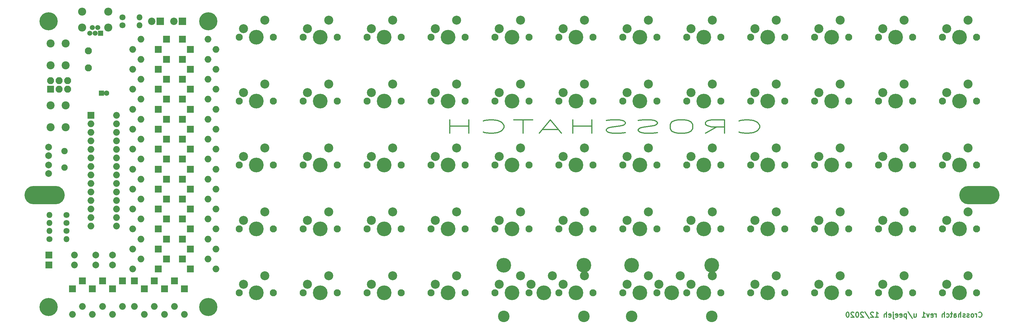
<source format=gbr>
G04 #@! TF.GenerationSoftware,KiCad,Pcbnew,(5.1.4-0-10_14)*
G04 #@! TF.CreationDate,2020-12-11T22:59:58+01:00*
G04 #@! TF.ProjectId,crosshatch,63726f73-7368-4617-9463-682e6b696361,rev?*
G04 #@! TF.SameCoordinates,Original*
G04 #@! TF.FileFunction,Soldermask,Bot*
G04 #@! TF.FilePolarity,Negative*
%FSLAX46Y46*%
G04 Gerber Fmt 4.6, Leading zero omitted, Abs format (unit mm)*
G04 Created by KiCad (PCBNEW (5.1.4-0-10_14)) date 2020-12-11 22:59:58*
%MOMM*%
%LPD*%
G04 APERTURE LIST*
%ADD10C,0.300000*%
%ADD11C,2.101800*%
%ADD12C,4.387800*%
%ADD13C,2.686000*%
%ADD14C,2.110000*%
%ADD15R,2.000000X2.000000*%
%ADD16O,2.000000X2.000000*%
%ADD17O,12.000000X5.400000*%
%ADD18C,5.400000*%
%ADD19R,1.600000X1.600000*%
%ADD20C,1.600000*%
%ADD21C,2.000000*%
%ADD22R,1.500000X1.500000*%
%ADD23C,1.500000*%
%ADD24O,2.400000X2.400000*%
%ADD25R,2.100000X2.100000*%
%ADD26O,2.100000X2.100000*%
%ADD27R,2.200000X2.200000*%
%ADD28C,2.200000*%
%ADD29O,1.800000X1.800000*%
%ADD30C,1.800000*%
%ADD31C,2.400000*%
%ADD32C,1.900000*%
%ADD33C,3.448000*%
G04 APERTURE END LIST*
D10*
X220022621Y-92511460D02*
X220498811Y-92701936D01*
X221927383Y-92892412D01*
X222879764Y-92892412D01*
X224308335Y-92701936D01*
X225260716Y-92320984D01*
X225736906Y-91940031D01*
X226213097Y-91178127D01*
X226213097Y-90606698D01*
X225736906Y-89844793D01*
X225260716Y-89463841D01*
X224308335Y-89082889D01*
X222879764Y-88892412D01*
X221927383Y-88892412D01*
X220498811Y-89082889D01*
X220022621Y-89273365D01*
X210022621Y-92892412D02*
X213355954Y-90987650D01*
X215736906Y-92892412D02*
X215736906Y-88892412D01*
X211927383Y-88892412D01*
X210975002Y-89082889D01*
X210498811Y-89273365D01*
X210022621Y-89654317D01*
X210022621Y-90225746D01*
X210498811Y-90606698D01*
X210975002Y-90797174D01*
X211927383Y-90987650D01*
X215736906Y-90987650D01*
X203832145Y-88892412D02*
X201927383Y-88892412D01*
X200975002Y-89082889D01*
X200022621Y-89463841D01*
X199546430Y-90225746D01*
X199546430Y-91559079D01*
X200022621Y-92320984D01*
X200975002Y-92701936D01*
X201927383Y-92892412D01*
X203832145Y-92892412D01*
X204784526Y-92701936D01*
X205736906Y-92320984D01*
X206213097Y-91559079D01*
X206213097Y-90225746D01*
X205736906Y-89463841D01*
X204784526Y-89082889D01*
X203832145Y-88892412D01*
X195736906Y-92701936D02*
X194308335Y-92892412D01*
X191927383Y-92892412D01*
X190975002Y-92701936D01*
X190498811Y-92511460D01*
X190022621Y-92130508D01*
X190022621Y-91749555D01*
X190498811Y-91368603D01*
X190975002Y-91178127D01*
X191927383Y-90987650D01*
X193832145Y-90797174D01*
X194784526Y-90606698D01*
X195260716Y-90416222D01*
X195736906Y-90035269D01*
X195736906Y-89654317D01*
X195260716Y-89273365D01*
X194784526Y-89082889D01*
X193832145Y-88892412D01*
X191451192Y-88892412D01*
X190022621Y-89082889D01*
X186213097Y-92701936D02*
X184784526Y-92892412D01*
X182403573Y-92892412D01*
X181451192Y-92701936D01*
X180975002Y-92511460D01*
X180498811Y-92130508D01*
X180498811Y-91749555D01*
X180975002Y-91368603D01*
X181451192Y-91178127D01*
X182403573Y-90987650D01*
X184308335Y-90797174D01*
X185260716Y-90606698D01*
X185736906Y-90416222D01*
X186213097Y-90035269D01*
X186213097Y-89654317D01*
X185736906Y-89273365D01*
X185260716Y-89082889D01*
X184308335Y-88892412D01*
X181927383Y-88892412D01*
X180498811Y-89082889D01*
X176213097Y-92892412D02*
X176213097Y-88892412D01*
X176213097Y-90797174D02*
X170498811Y-90797174D01*
X170498811Y-92892412D02*
X170498811Y-88892412D01*
X166213097Y-91749555D02*
X161451192Y-91749555D01*
X167165478Y-92892412D02*
X163832145Y-88892412D01*
X160498811Y-92892412D01*
X158594049Y-88892412D02*
X152879764Y-88892412D01*
X155736906Y-92892412D02*
X155736906Y-88892412D01*
X143832145Y-92511460D02*
X144308335Y-92701936D01*
X145736906Y-92892412D01*
X146689287Y-92892412D01*
X148117859Y-92701936D01*
X149070240Y-92320984D01*
X149546430Y-91940031D01*
X150022621Y-91178127D01*
X150022621Y-90606698D01*
X149546430Y-89844793D01*
X149070240Y-89463841D01*
X148117859Y-89082889D01*
X146689287Y-88892412D01*
X145736906Y-88892412D01*
X144308335Y-89082889D01*
X143832145Y-89273365D01*
X139546430Y-92892412D02*
X139546430Y-88892412D01*
X139546430Y-90797174D02*
X133832145Y-90797174D01*
X133832145Y-92892412D02*
X133832145Y-88892412D01*
X291484710Y-147578025D02*
X291556138Y-147649453D01*
X291770424Y-147720882D01*
X291913281Y-147720882D01*
X292127567Y-147649453D01*
X292270424Y-147506596D01*
X292341853Y-147363739D01*
X292413281Y-147078025D01*
X292413281Y-146863739D01*
X292341853Y-146578025D01*
X292270424Y-146435168D01*
X292127567Y-146292311D01*
X291913281Y-146220882D01*
X291770424Y-146220882D01*
X291556138Y-146292311D01*
X291484710Y-146363739D01*
X290841853Y-147720882D02*
X290841853Y-146720882D01*
X290841853Y-147006596D02*
X290770424Y-146863739D01*
X290698996Y-146792311D01*
X290556138Y-146720882D01*
X290413281Y-146720882D01*
X289698996Y-147720882D02*
X289841853Y-147649453D01*
X289913281Y-147578025D01*
X289984710Y-147435168D01*
X289984710Y-147006596D01*
X289913281Y-146863739D01*
X289841853Y-146792311D01*
X289698996Y-146720882D01*
X289484710Y-146720882D01*
X289341853Y-146792311D01*
X289270424Y-146863739D01*
X289198996Y-147006596D01*
X289198996Y-147435168D01*
X289270424Y-147578025D01*
X289341853Y-147649453D01*
X289484710Y-147720882D01*
X289698996Y-147720882D01*
X288627567Y-147649453D02*
X288484710Y-147720882D01*
X288198996Y-147720882D01*
X288056138Y-147649453D01*
X287984710Y-147506596D01*
X287984710Y-147435168D01*
X288056138Y-147292311D01*
X288198996Y-147220882D01*
X288413281Y-147220882D01*
X288556138Y-147149453D01*
X288627567Y-147006596D01*
X288627567Y-146935168D01*
X288556138Y-146792311D01*
X288413281Y-146720882D01*
X288198996Y-146720882D01*
X288056138Y-146792311D01*
X287413281Y-147649453D02*
X287270424Y-147720882D01*
X286984710Y-147720882D01*
X286841853Y-147649453D01*
X286770424Y-147506596D01*
X286770424Y-147435168D01*
X286841853Y-147292311D01*
X286984710Y-147220882D01*
X287198996Y-147220882D01*
X287341853Y-147149453D01*
X287413281Y-147006596D01*
X287413281Y-146935168D01*
X287341853Y-146792311D01*
X287198996Y-146720882D01*
X286984710Y-146720882D01*
X286841853Y-146792311D01*
X286127567Y-147720882D02*
X286127567Y-146220882D01*
X285484710Y-147720882D02*
X285484710Y-146935168D01*
X285556138Y-146792311D01*
X285698996Y-146720882D01*
X285913281Y-146720882D01*
X286056138Y-146792311D01*
X286127567Y-146863739D01*
X284127567Y-147720882D02*
X284127567Y-146935168D01*
X284198996Y-146792311D01*
X284341853Y-146720882D01*
X284627567Y-146720882D01*
X284770424Y-146792311D01*
X284127567Y-147649453D02*
X284270424Y-147720882D01*
X284627567Y-147720882D01*
X284770424Y-147649453D01*
X284841853Y-147506596D01*
X284841853Y-147363739D01*
X284770424Y-147220882D01*
X284627567Y-147149453D01*
X284270424Y-147149453D01*
X284127567Y-147078025D01*
X283627567Y-146720882D02*
X283056138Y-146720882D01*
X283413281Y-146220882D02*
X283413281Y-147506596D01*
X283341853Y-147649453D01*
X283198996Y-147720882D01*
X283056138Y-147720882D01*
X281913281Y-147649453D02*
X282056138Y-147720882D01*
X282341853Y-147720882D01*
X282484710Y-147649453D01*
X282556138Y-147578025D01*
X282627567Y-147435168D01*
X282627567Y-147006596D01*
X282556138Y-146863739D01*
X282484710Y-146792311D01*
X282341853Y-146720882D01*
X282056138Y-146720882D01*
X281913281Y-146792311D01*
X281270424Y-147720882D02*
X281270424Y-146220882D01*
X280627567Y-147720882D02*
X280627567Y-146935168D01*
X280698996Y-146792311D01*
X280841853Y-146720882D01*
X281056138Y-146720882D01*
X281198996Y-146792311D01*
X281270424Y-146863739D01*
X278770424Y-147720882D02*
X278770424Y-146720882D01*
X278770424Y-147006596D02*
X278698996Y-146863739D01*
X278627567Y-146792311D01*
X278484710Y-146720882D01*
X278341853Y-146720882D01*
X277270424Y-147649453D02*
X277413281Y-147720882D01*
X277698996Y-147720882D01*
X277841853Y-147649453D01*
X277913281Y-147506596D01*
X277913281Y-146935168D01*
X277841853Y-146792311D01*
X277698996Y-146720882D01*
X277413281Y-146720882D01*
X277270424Y-146792311D01*
X277198996Y-146935168D01*
X277198996Y-147078025D01*
X277913281Y-147220882D01*
X276698996Y-146720882D02*
X276341853Y-147720882D01*
X275984710Y-146720882D01*
X274627567Y-147720882D02*
X275484710Y-147720882D01*
X275056138Y-147720882D02*
X275056138Y-146220882D01*
X275198996Y-146435168D01*
X275341853Y-146578025D01*
X275484710Y-146649453D01*
X272198996Y-146720882D02*
X272198996Y-147720882D01*
X272841853Y-146720882D02*
X272841853Y-147506596D01*
X272770424Y-147649453D01*
X272627567Y-147720882D01*
X272413281Y-147720882D01*
X272270424Y-147649453D01*
X272198996Y-147578025D01*
X270413281Y-146149453D02*
X271698996Y-148078025D01*
X269913281Y-146720882D02*
X269913281Y-148220882D01*
X269913281Y-146792311D02*
X269770424Y-146720882D01*
X269484710Y-146720882D01*
X269341853Y-146792311D01*
X269270424Y-146863739D01*
X269198996Y-147006596D01*
X269198996Y-147435168D01*
X269270424Y-147578025D01*
X269341853Y-147649453D01*
X269484710Y-147720882D01*
X269770424Y-147720882D01*
X269913281Y-147649453D01*
X267984710Y-147649453D02*
X268127567Y-147720882D01*
X268413281Y-147720882D01*
X268556138Y-147649453D01*
X268627567Y-147506596D01*
X268627567Y-146935168D01*
X268556138Y-146792311D01*
X268413281Y-146720882D01*
X268127567Y-146720882D01*
X267984710Y-146792311D01*
X267913281Y-146935168D01*
X267913281Y-147078025D01*
X268627567Y-147220882D01*
X266698996Y-147649453D02*
X266841853Y-147720882D01*
X267127567Y-147720882D01*
X267270424Y-147649453D01*
X267341853Y-147506596D01*
X267341853Y-146935168D01*
X267270424Y-146792311D01*
X267127567Y-146720882D01*
X266841853Y-146720882D01*
X266698996Y-146792311D01*
X266627567Y-146935168D01*
X266627567Y-147078025D01*
X267341853Y-147220882D01*
X265984710Y-146720882D02*
X265984710Y-148006596D01*
X266056138Y-148149453D01*
X266198996Y-148220882D01*
X266270424Y-148220882D01*
X265984710Y-146220882D02*
X266056138Y-146292311D01*
X265984710Y-146363739D01*
X265913281Y-146292311D01*
X265984710Y-146220882D01*
X265984710Y-146363739D01*
X264698996Y-147649453D02*
X264841853Y-147720882D01*
X265127567Y-147720882D01*
X265270424Y-147649453D01*
X265341853Y-147506596D01*
X265341853Y-146935168D01*
X265270424Y-146792311D01*
X265127567Y-146720882D01*
X264841853Y-146720882D01*
X264698996Y-146792311D01*
X264627567Y-146935168D01*
X264627567Y-147078025D01*
X265341853Y-147220882D01*
X263984710Y-147720882D02*
X263984710Y-146220882D01*
X263341853Y-147720882D02*
X263341853Y-146935168D01*
X263413281Y-146792311D01*
X263556138Y-146720882D01*
X263770424Y-146720882D01*
X263913281Y-146792311D01*
X263984710Y-146863739D01*
X260698996Y-147720882D02*
X261556138Y-147720882D01*
X261127567Y-147720882D02*
X261127567Y-146220882D01*
X261270424Y-146435168D01*
X261413281Y-146578025D01*
X261556138Y-146649453D01*
X260127567Y-146363739D02*
X260056138Y-146292311D01*
X259913281Y-146220882D01*
X259556138Y-146220882D01*
X259413281Y-146292311D01*
X259341853Y-146363739D01*
X259270424Y-146506596D01*
X259270424Y-146649453D01*
X259341853Y-146863739D01*
X260198996Y-147720882D01*
X259270424Y-147720882D01*
X257556138Y-146149453D02*
X258841853Y-148078025D01*
X257127567Y-146363739D02*
X257056138Y-146292311D01*
X256913281Y-146220882D01*
X256556138Y-146220882D01*
X256413281Y-146292311D01*
X256341853Y-146363739D01*
X256270424Y-146506596D01*
X256270424Y-146649453D01*
X256341853Y-146863739D01*
X257198996Y-147720882D01*
X256270424Y-147720882D01*
X255341853Y-146220882D02*
X255198996Y-146220882D01*
X255056138Y-146292311D01*
X254984710Y-146363739D01*
X254913281Y-146506596D01*
X254841853Y-146792311D01*
X254841853Y-147149453D01*
X254913281Y-147435168D01*
X254984710Y-147578025D01*
X255056138Y-147649453D01*
X255198996Y-147720882D01*
X255341853Y-147720882D01*
X255484710Y-147649453D01*
X255556138Y-147578025D01*
X255627567Y-147435168D01*
X255698996Y-147149453D01*
X255698996Y-146792311D01*
X255627567Y-146506596D01*
X255556138Y-146363739D01*
X255484710Y-146292311D01*
X255341853Y-146220882D01*
X254270424Y-146363739D02*
X254198996Y-146292311D01*
X254056138Y-146220882D01*
X253698996Y-146220882D01*
X253556138Y-146292311D01*
X253484710Y-146363739D01*
X253413281Y-146506596D01*
X253413281Y-146649453D01*
X253484710Y-146863739D01*
X254341853Y-147720882D01*
X253413281Y-147720882D01*
X252484710Y-146220882D02*
X252341853Y-146220882D01*
X252198996Y-146292311D01*
X252127567Y-146363739D01*
X252056138Y-146506596D01*
X251984710Y-146792311D01*
X251984710Y-147149453D01*
X252056138Y-147435168D01*
X252127567Y-147578025D01*
X252198996Y-147649453D01*
X252341853Y-147720882D01*
X252484710Y-147720882D01*
X252627567Y-147649453D01*
X252698996Y-147578025D01*
X252770424Y-147435168D01*
X252841853Y-147149453D01*
X252841853Y-146792311D01*
X252770424Y-146506596D01*
X252698996Y-146363739D01*
X252627567Y-146292311D01*
X252484710Y-146220882D01*
D11*
X233680192Y-64293804D03*
X223520192Y-64293804D03*
D12*
X228600192Y-64293804D03*
D13*
X224790192Y-61753804D03*
X231140192Y-59213804D03*
D14*
X26193772Y-68302247D03*
X26193772Y-73382247D03*
D15*
X27384398Y-139303242D03*
D16*
X27384398Y-146923242D03*
D15*
X56554735Y-133350112D03*
D16*
X64174735Y-133350112D03*
D11*
X176530144Y-102393836D03*
X166370144Y-102393836D03*
D12*
X171450144Y-102393836D03*
D13*
X167640144Y-99853836D03*
X173990144Y-97313836D03*
D11*
X290830240Y-83343820D03*
X280670240Y-83343820D03*
D12*
X285750240Y-83343820D03*
D13*
X281940240Y-80803820D03*
X288290240Y-78263820D03*
D15*
X49410979Y-118467287D03*
D16*
X41790979Y-118467287D03*
D15*
X54173483Y-76795377D03*
D16*
X61793483Y-76795377D03*
X64174735Y-67865682D03*
D15*
X56554735Y-67865682D03*
D11*
X233680192Y-121443852D03*
X223520192Y-121443852D03*
D12*
X228600192Y-121443852D03*
D13*
X224790192Y-118903852D03*
X231140192Y-116363852D03*
D11*
X252730208Y-83343820D03*
X242570208Y-83343820D03*
D12*
X247650208Y-83343820D03*
D13*
X243840208Y-80803820D03*
X250190208Y-78263820D03*
D11*
X252730208Y-64293804D03*
X242570208Y-64293804D03*
D12*
X247650208Y-64293804D03*
D13*
X243840208Y-61753804D03*
X250190208Y-59213804D03*
D11*
X271780224Y-83343820D03*
X261620224Y-83343820D03*
D12*
X266700224Y-83343820D03*
D13*
X262890224Y-80803820D03*
X269240224Y-78263820D03*
D11*
X252730208Y-102393836D03*
X242570208Y-102393836D03*
D12*
X247650208Y-102393836D03*
D13*
X243840208Y-99853836D03*
X250190208Y-97313836D03*
D11*
X290830240Y-102393836D03*
X280670240Y-102393836D03*
D12*
X285750240Y-102393836D03*
D13*
X281940240Y-99853836D03*
X288290240Y-97313836D03*
D11*
X271780224Y-102393836D03*
X261620224Y-102393836D03*
D12*
X266700224Y-102393836D03*
D13*
X262890224Y-99853836D03*
X269240224Y-97313836D03*
D11*
X290830240Y-121443852D03*
X280670240Y-121443852D03*
D12*
X285750240Y-121443852D03*
D13*
X281940240Y-118903852D03*
X288290240Y-116363852D03*
D11*
X271780224Y-121443852D03*
X261620224Y-121443852D03*
D12*
X266700224Y-121443852D03*
D13*
X262890224Y-118903852D03*
X269240224Y-116363852D03*
D11*
X233680192Y-102393836D03*
X223520192Y-102393836D03*
D12*
X228600192Y-102393836D03*
D13*
X224790192Y-99853836D03*
X231140192Y-97313836D03*
D11*
X214630176Y-102393836D03*
X204470176Y-102393836D03*
D12*
X209550176Y-102393836D03*
D13*
X205740176Y-99853836D03*
X212090176Y-97313836D03*
D11*
X290830240Y-140493868D03*
X280670240Y-140493868D03*
D12*
X285750240Y-140493868D03*
D13*
X281940240Y-137953868D03*
X288290240Y-135413868D03*
D11*
X252730208Y-121443852D03*
X242570208Y-121443852D03*
D12*
X247650208Y-121443852D03*
D13*
X243840208Y-118903852D03*
X250190208Y-116363852D03*
D11*
X214630176Y-121443852D03*
X204470176Y-121443852D03*
D12*
X209550176Y-121443852D03*
D13*
X205740176Y-118903852D03*
X212090176Y-116363852D03*
D11*
X271780224Y-140493868D03*
X261620224Y-140493868D03*
D12*
X266700224Y-140493868D03*
D13*
X262890224Y-137953868D03*
X269240224Y-135413868D03*
D11*
X252730208Y-140493868D03*
X242570208Y-140493868D03*
D12*
X247650208Y-140493868D03*
D13*
X243840208Y-137953868D03*
X250190208Y-135413868D03*
D11*
X233680192Y-140493868D03*
X223520192Y-140493868D03*
D12*
X228600192Y-140493868D03*
D13*
X224790192Y-137953868D03*
X231140192Y-135413868D03*
X212090176Y-135413868D03*
X205740176Y-137953868D03*
D12*
X209550176Y-140493868D03*
D11*
X204470176Y-140493868D03*
X214630176Y-140493868D03*
X176530144Y-64293804D03*
X166370144Y-64293804D03*
D12*
X171450144Y-64293804D03*
D13*
X167640144Y-61753804D03*
X173990144Y-59213804D03*
D11*
X176530144Y-83343820D03*
X166370144Y-83343820D03*
D12*
X171450144Y-83343820D03*
D13*
X167640144Y-80803820D03*
X173990144Y-78263820D03*
D11*
X138430112Y-83343820D03*
X128270112Y-83343820D03*
D12*
X133350112Y-83343820D03*
D13*
X129540112Y-80803820D03*
X135890112Y-78263820D03*
D11*
X157480128Y-140493868D03*
X147320128Y-140493868D03*
D12*
X152400128Y-140493868D03*
D13*
X148590128Y-137953868D03*
X154940128Y-135413868D03*
D11*
X119380096Y-140493868D03*
X109220096Y-140493868D03*
D12*
X114300096Y-140493868D03*
D13*
X110490096Y-137953868D03*
X116840096Y-135413868D03*
D11*
X81280064Y-83343820D03*
X71120064Y-83343820D03*
D12*
X76200064Y-83343820D03*
D13*
X72390064Y-80803820D03*
X78740064Y-78263820D03*
D17*
X13096886Y-111323531D03*
X291703370Y-111323531D03*
D18*
X14287512Y-59531300D03*
X61912552Y-59531300D03*
X14287512Y-144661059D03*
X61912552Y-144661059D03*
D11*
X81280016Y-64293750D03*
X71120016Y-64293750D03*
D12*
X76200016Y-64293750D03*
D13*
X72390016Y-61753750D03*
X78740016Y-59213750D03*
D11*
X100330080Y-64293804D03*
X90170080Y-64293804D03*
D12*
X95250080Y-64293804D03*
D13*
X91440080Y-61753804D03*
X97790080Y-59213804D03*
D11*
X119380096Y-64293804D03*
X109220096Y-64293804D03*
D12*
X114300096Y-64293804D03*
D13*
X110490096Y-61753804D03*
X116840096Y-59213804D03*
D11*
X138430112Y-64293804D03*
X128270112Y-64293804D03*
D12*
X133350112Y-64293804D03*
D13*
X129540112Y-61753804D03*
X135890112Y-59213804D03*
D11*
X157480128Y-64293804D03*
X147320128Y-64293804D03*
D12*
X152400128Y-64293804D03*
D13*
X148590128Y-61753804D03*
X154940128Y-59213804D03*
D11*
X290830240Y-64293804D03*
X280670240Y-64293804D03*
D12*
X285750240Y-64293804D03*
D13*
X281940240Y-61753804D03*
X288290240Y-59213804D03*
D11*
X271780224Y-64293804D03*
X261620224Y-64293804D03*
D12*
X266700224Y-64293804D03*
D13*
X262890224Y-61753804D03*
X269240224Y-59213804D03*
D11*
X100330080Y-83343820D03*
X90170080Y-83343820D03*
D12*
X95250080Y-83343820D03*
D13*
X91440080Y-80803820D03*
X97790080Y-78263820D03*
D11*
X119380096Y-83343820D03*
X109220096Y-83343820D03*
D12*
X114300096Y-83343820D03*
D13*
X110490096Y-80803820D03*
X116840096Y-78263820D03*
D11*
X233680192Y-83343820D03*
X223520192Y-83343820D03*
D12*
X228600192Y-83343820D03*
D13*
X224790192Y-80803820D03*
X231140192Y-78263820D03*
D11*
X81280064Y-102393836D03*
X71120064Y-102393836D03*
D12*
X76200064Y-102393836D03*
D13*
X72390064Y-99853836D03*
X78740064Y-97313836D03*
D11*
X100330080Y-102393836D03*
X90170080Y-102393836D03*
D12*
X95250080Y-102393836D03*
D13*
X91440080Y-99853836D03*
X97790080Y-97313836D03*
D11*
X119380096Y-102393836D03*
X109220096Y-102393836D03*
D12*
X114300096Y-102393836D03*
D13*
X110490096Y-99853836D03*
X116840096Y-97313836D03*
D11*
X157480128Y-83343820D03*
X147320128Y-83343820D03*
D12*
X152400128Y-83343820D03*
D13*
X148590128Y-80803820D03*
X154940128Y-78263820D03*
D11*
X214630176Y-83343820D03*
X204470176Y-83343820D03*
D12*
X209550176Y-83343820D03*
D13*
X205740176Y-80803820D03*
X212090176Y-78263820D03*
D11*
X81280064Y-121443852D03*
X71120064Y-121443852D03*
D12*
X76200064Y-121443852D03*
D13*
X72390064Y-118903852D03*
X78740064Y-116363852D03*
D11*
X100330080Y-121443852D03*
X90170080Y-121443852D03*
D12*
X95250080Y-121443852D03*
D13*
X91440080Y-118903852D03*
X97790080Y-116363852D03*
D11*
X138430112Y-102393836D03*
X128270112Y-102393836D03*
D12*
X133350112Y-102393836D03*
D13*
X129540112Y-99853836D03*
X135890112Y-97313836D03*
D11*
X157480128Y-102393836D03*
X147320128Y-102393836D03*
D12*
X152400128Y-102393836D03*
D13*
X148590128Y-99853836D03*
X154940128Y-97313836D03*
D11*
X81280064Y-140493868D03*
X71120064Y-140493868D03*
D12*
X76200064Y-140493868D03*
D13*
X72390064Y-137953868D03*
X78740064Y-135413868D03*
D11*
X119380096Y-121443852D03*
X109220096Y-121443852D03*
D12*
X114300096Y-121443852D03*
D13*
X110490096Y-118903852D03*
X116840096Y-116363852D03*
D11*
X138430112Y-121443852D03*
X128270112Y-121443852D03*
D12*
X133350112Y-121443852D03*
D13*
X129540112Y-118903852D03*
X135890112Y-116363852D03*
D11*
X157480128Y-121443852D03*
X147320128Y-121443852D03*
D12*
X152400128Y-121443852D03*
D13*
X148590128Y-118903852D03*
X154940128Y-116363852D03*
D11*
X100330080Y-140493868D03*
X90170080Y-140493868D03*
D12*
X95250080Y-140493868D03*
D13*
X91440080Y-137953868D03*
X97790080Y-135413868D03*
D11*
X138430112Y-140493868D03*
X128270112Y-140493868D03*
D12*
X133350112Y-140493868D03*
D13*
X129540112Y-137953868D03*
X135890112Y-135413868D03*
D19*
X30051589Y-80962568D03*
D20*
X31551589Y-80962568D03*
D21*
X28337528Y-129182921D03*
X33337528Y-129182921D03*
X33337528Y-132159486D03*
X28337528Y-132159486D03*
X14287512Y-104893836D03*
X14287512Y-102393836D03*
X14287512Y-97036019D03*
X14287512Y-99536019D03*
D22*
X29765650Y-63103178D03*
D23*
X28965650Y-61353178D03*
X28165650Y-63103178D03*
X27365650Y-61353178D03*
X26565650Y-63103178D03*
D24*
X32065650Y-61353178D03*
X32065650Y-56653178D03*
X24265650Y-56653178D03*
X24265650Y-61353178D03*
D25*
X14882825Y-79771942D03*
D26*
X14882825Y-77231942D03*
X17422825Y-79771942D03*
X17422825Y-77231942D03*
X19962825Y-79771942D03*
X19962825Y-77231942D03*
D27*
X54173483Y-59531300D03*
D28*
X51633483Y-59531300D03*
D29*
X19645329Y-124420417D03*
D30*
X14565329Y-124420417D03*
X19645329Y-122039165D03*
D29*
X14565329Y-122039165D03*
D30*
X19645329Y-119657913D03*
D29*
X14565329Y-119657913D03*
X14565329Y-117276661D03*
D30*
X19645329Y-117276661D03*
X36314093Y-60721926D03*
D29*
X41394093Y-60721926D03*
D31*
X19382825Y-72628186D03*
X14882825Y-72628186D03*
X19382825Y-66128186D03*
X14882825Y-66128186D03*
X14882825Y-84582889D03*
X19382825Y-84582889D03*
X14882825Y-91082889D03*
X19382825Y-91082889D03*
D32*
X19050016Y-98226645D03*
X19050016Y-103106645D03*
D15*
X26908154Y-87511011D03*
D16*
X34528154Y-120531011D03*
X26908154Y-90051011D03*
X34528154Y-117991011D03*
X26908154Y-92591011D03*
X34528154Y-115451011D03*
X26908154Y-95131011D03*
X34528154Y-112911011D03*
X26908154Y-97671011D03*
X34528154Y-110371011D03*
X26908154Y-100211011D03*
X34528154Y-107831011D03*
X26908154Y-102751011D03*
X34528154Y-105291011D03*
X26908154Y-105291011D03*
X34528154Y-102751011D03*
X26908154Y-107831011D03*
X34528154Y-100211011D03*
X26908154Y-110371011D03*
X34528154Y-97671011D03*
X26908154Y-112911011D03*
X34528154Y-95131011D03*
X26908154Y-115451011D03*
X34528154Y-92591011D03*
X26908154Y-117991011D03*
X34528154Y-90051011D03*
X26908154Y-120531011D03*
X34528154Y-87511011D03*
D15*
X14406581Y-129182921D03*
D16*
X22026581Y-129182921D03*
X22026581Y-132159486D03*
D15*
X14406581Y-132159486D03*
X54173483Y-64889117D03*
D16*
X61793483Y-64889117D03*
D15*
X49410979Y-64889117D03*
D16*
X41790979Y-64889117D03*
X39409727Y-67865682D03*
D15*
X47029727Y-67865682D03*
X49410979Y-70842247D03*
D16*
X41790979Y-70842247D03*
D15*
X56554735Y-79771942D03*
D16*
X64174735Y-79771942D03*
X39409727Y-79771942D03*
D15*
X47029727Y-79771942D03*
X49410979Y-76795377D03*
D16*
X41790979Y-76795377D03*
D15*
X47029727Y-97631332D03*
D16*
X39409727Y-97631332D03*
D15*
X56554735Y-97631332D03*
D16*
X64174735Y-97631332D03*
X61793483Y-94654767D03*
D15*
X54173483Y-94654767D03*
D16*
X41790979Y-94654767D03*
D15*
X49410979Y-94654767D03*
X54173483Y-70842247D03*
D16*
X61793483Y-70842247D03*
X41790979Y-82748507D03*
D15*
X49410979Y-82748507D03*
X54173483Y-82748507D03*
D16*
X61793483Y-82748507D03*
D15*
X47029727Y-85725072D03*
D16*
X39409727Y-85725072D03*
D15*
X56554735Y-85725072D03*
D16*
X64174735Y-85725072D03*
X41790979Y-100607897D03*
D15*
X49410979Y-100607897D03*
D16*
X61793483Y-100607897D03*
D15*
X54173483Y-100607897D03*
D16*
X39409727Y-103584462D03*
D15*
X47029727Y-103584462D03*
X56554735Y-91678202D03*
D16*
X64174735Y-91678202D03*
D15*
X47029727Y-91678202D03*
D16*
X39409727Y-91678202D03*
D15*
X56554735Y-115490722D03*
D16*
X64174735Y-115490722D03*
D15*
X47029727Y-115490722D03*
D16*
X39409727Y-115490722D03*
D15*
X54173483Y-112514157D03*
D16*
X61793483Y-112514157D03*
D15*
X49410979Y-88701637D03*
D16*
X41790979Y-88701637D03*
X39409727Y-133350112D03*
D15*
X47029727Y-133350112D03*
D16*
X64174735Y-103584462D03*
D15*
X56554735Y-103584462D03*
X49410979Y-106561027D03*
D16*
X41790979Y-106561027D03*
D15*
X54173483Y-106561027D03*
D16*
X61793483Y-106561027D03*
D15*
X54173483Y-118467287D03*
D16*
X61793483Y-118467287D03*
D15*
X49410979Y-112514157D03*
D16*
X41790979Y-112514157D03*
D15*
X56554735Y-109537592D03*
D16*
X64174735Y-109537592D03*
X21431268Y-146923242D03*
D15*
X21431268Y-139303242D03*
D16*
X61793483Y-130373547D03*
D15*
X54173483Y-130373547D03*
D16*
X41790979Y-130373547D03*
D15*
X49410979Y-130373547D03*
D16*
X64174735Y-127396982D03*
D15*
X56554735Y-127396982D03*
D16*
X54768796Y-146923242D03*
D15*
X54768796Y-139303242D03*
D16*
X39409727Y-121443852D03*
D15*
X47029727Y-121443852D03*
D16*
X64174735Y-121443852D03*
D15*
X56554735Y-121443852D03*
D16*
X41790979Y-124420417D03*
D15*
X49410979Y-124420417D03*
X24407833Y-136921990D03*
D16*
X24407833Y-144541990D03*
D15*
X30360963Y-136921990D03*
D16*
X30360963Y-144541990D03*
D15*
X33337528Y-139303242D03*
D16*
X33337528Y-146923242D03*
D15*
X51792231Y-136921990D03*
D16*
X51792231Y-144541990D03*
D15*
X48815666Y-139303242D03*
D16*
X48815666Y-146923242D03*
D15*
X45839101Y-136921990D03*
D16*
X45839101Y-144541990D03*
D15*
X42862536Y-139303242D03*
D16*
X42862536Y-146923242D03*
D27*
X47625040Y-59531300D03*
D28*
X45085040Y-59531300D03*
D30*
X36314093Y-58340674D03*
D29*
X41394093Y-58340674D03*
D16*
X39409727Y-127396982D03*
D15*
X47029727Y-127396982D03*
X36314093Y-136921990D03*
D16*
X36314093Y-144541990D03*
X64174735Y-73818812D03*
D15*
X56554735Y-73818812D03*
X47029727Y-73818812D03*
D16*
X39409727Y-73818812D03*
X61793483Y-88701637D03*
D15*
X54173483Y-88701637D03*
X47029727Y-109537592D03*
D16*
X39409727Y-109537592D03*
X61793483Y-124420417D03*
D15*
X54173483Y-124420417D03*
X39885971Y-136921990D03*
D16*
X39885971Y-144541990D03*
D11*
X176530144Y-121443852D03*
X166370144Y-121443852D03*
D12*
X171450144Y-121443852D03*
D13*
X167640144Y-118903852D03*
X173990144Y-116363852D03*
X173990144Y-135413868D03*
X167640144Y-137953868D03*
D12*
X171450144Y-140493868D03*
D11*
X166370144Y-140493868D03*
X176530144Y-140493868D03*
X214630176Y-64293804D03*
X204470176Y-64293804D03*
D12*
X209550176Y-64293804D03*
D13*
X205740176Y-61753804D03*
X212090176Y-59213804D03*
X193040160Y-59213804D03*
X186690160Y-61753804D03*
D12*
X190500160Y-64293804D03*
D11*
X185420160Y-64293804D03*
X195580160Y-64293804D03*
X195580160Y-83343820D03*
X185420160Y-83343820D03*
D12*
X190500160Y-83343820D03*
D13*
X186690160Y-80803820D03*
X193040160Y-78263820D03*
D11*
X195580160Y-102393836D03*
X185420160Y-102393836D03*
D12*
X190500160Y-102393836D03*
D13*
X186690160Y-99853836D03*
X193040160Y-97313836D03*
X193040160Y-116363852D03*
X186690160Y-118903852D03*
D12*
X190500160Y-121443852D03*
D11*
X185420160Y-121443852D03*
X195580160Y-121443852D03*
D13*
X193040160Y-135413868D03*
X186690160Y-137953868D03*
D12*
X190500160Y-140493868D03*
D11*
X185420160Y-140493868D03*
X195580160Y-140493868D03*
D13*
X164465136Y-135413868D03*
X158115136Y-137953868D03*
D12*
X161925136Y-140493868D03*
D33*
X149987136Y-147478868D03*
X173863136Y-147478868D03*
D12*
X149987136Y-132238868D03*
X173863136Y-132238868D03*
X211963168Y-132238868D03*
X188087168Y-132238868D03*
D33*
X211963168Y-147478868D03*
X188087168Y-147478868D03*
D12*
X200025168Y-140493868D03*
D13*
X196215168Y-137953868D03*
X202565168Y-135413868D03*
M02*

</source>
